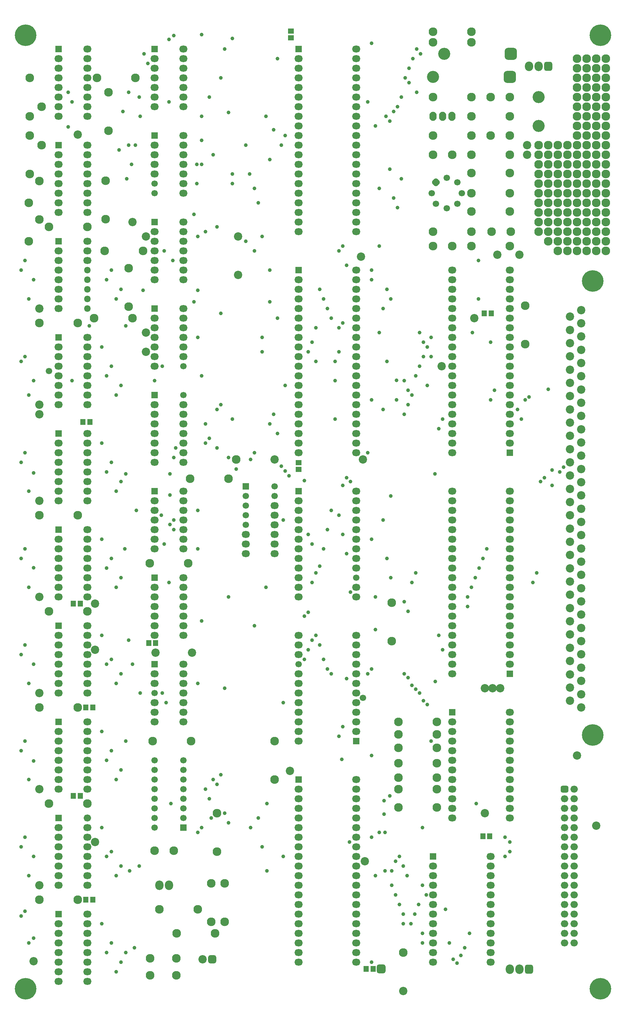
<source format=gbs>
G04 Layer_Color=16711935*
%FSLAX25Y25*%
%MOIN*%
G70*
G01*
G75*
G04:AMPARAMS|DCode=48|XSize=94.49mil|YSize=94.49mil|CornerRadius=25.59mil|HoleSize=0mil|Usage=FLASHONLY|Rotation=90.000|XOffset=0mil|YOffset=0mil|HoleType=Round|Shape=RoundedRectangle|*
%AMROUNDEDRECTD48*
21,1,0.09449,0.04331,0,0,90.0*
21,1,0.04331,0.09449,0,0,90.0*
1,1,0.05118,0.02165,0.02165*
1,1,0.05118,0.02165,-0.02165*
1,1,0.05118,-0.02165,-0.02165*
1,1,0.05118,-0.02165,0.02165*
%
%ADD48ROUNDEDRECTD48*%
%ADD49O,0.07874X0.07087*%
G04:AMPARAMS|DCode=50|XSize=70.87mil|YSize=82.68mil|CornerRadius=19.68mil|HoleSize=0mil|Usage=FLASHONLY|Rotation=270.000|XOffset=0mil|YOffset=0mil|HoleType=Round|Shape=RoundedRectangle|*
%AMROUNDEDRECTD50*
21,1,0.07087,0.04331,0,0,270.0*
21,1,0.03150,0.08268,0,0,270.0*
1,1,0.03937,-0.02165,-0.01575*
1,1,0.03937,-0.02165,0.01575*
1,1,0.03937,0.02165,0.01575*
1,1,0.03937,0.02165,-0.01575*
%
%ADD50ROUNDEDRECTD50*%
%ADD51R,0.06693X0.06693*%
%ADD52O,0.08661X0.07087*%
%ADD53O,0.06693X0.07087*%
%ADD54C,0.12598*%
G04:AMPARAMS|DCode=55|XSize=125.98mil|YSize=125.98mil|CornerRadius=33.47mil|HoleSize=0mil|Usage=FLASHONLY|Rotation=0.000|XOffset=0mil|YOffset=0mil|HoleType=Round|Shape=RoundedRectangle|*
%AMROUNDEDRECTD55*
21,1,0.12598,0.05905,0,0,0.0*
21,1,0.05905,0.12598,0,0,0.0*
1,1,0.06693,0.02953,-0.02953*
1,1,0.06693,-0.02953,-0.02953*
1,1,0.06693,-0.02953,0.02953*
1,1,0.06693,0.02953,0.02953*
%
%ADD55ROUNDEDRECTD55*%
%ADD56C,0.22441*%
%ADD57C,0.08661*%
%ADD58C,0.09055*%
%ADD59C,0.06693*%
%ADD60O,0.07480X0.09449*%
%ADD61C,0.06693*%
G04:AMPARAMS|DCode=62|XSize=70.87mil|YSize=70.87mil|CornerRadius=19.68mil|HoleSize=0mil|Usage=FLASHONLY|Rotation=315.000|XOffset=0mil|YOffset=0mil|HoleType=Round|Shape=RoundedRectangle|*
%AMROUNDEDRECTD62*
21,1,0.07087,0.03150,0,0,315.0*
21,1,0.03150,0.07087,0,0,315.0*
1,1,0.03937,0.00000,-0.02227*
1,1,0.03937,-0.02227,0.00000*
1,1,0.03937,0.00000,0.02227*
1,1,0.03937,0.02227,0.00000*
%
%ADD62ROUNDEDRECTD62*%
%ADD63O,0.08661X0.09842*%
G04:AMPARAMS|DCode=64|XSize=86.61mil|YSize=86.61mil|CornerRadius=23.62mil|HoleSize=0mil|Usage=FLASHONLY|Rotation=0.000|XOffset=0mil|YOffset=0mil|HoleType=Round|Shape=RoundedRectangle|*
%AMROUNDEDRECTD64*
21,1,0.08661,0.03937,0,0,0.0*
21,1,0.03937,0.08661,0,0,0.0*
1,1,0.04724,0.01968,-0.01968*
1,1,0.04724,-0.01968,-0.01968*
1,1,0.04724,-0.01968,0.01968*
1,1,0.04724,0.01968,0.01968*
%
%ADD64ROUNDEDRECTD64*%
G04:AMPARAMS|DCode=65|XSize=86.61mil|YSize=94.49mil|CornerRadius=23.62mil|HoleSize=0mil|Usage=FLASHONLY|Rotation=180.000|XOffset=0mil|YOffset=0mil|HoleType=Round|Shape=RoundedRectangle|*
%AMROUNDEDRECTD65*
21,1,0.08661,0.04724,0,0,180.0*
21,1,0.03937,0.09449,0,0,180.0*
1,1,0.04724,-0.01968,0.02362*
1,1,0.04724,0.01968,0.02362*
1,1,0.04724,0.01968,-0.02362*
1,1,0.04724,-0.01968,-0.02362*
%
%ADD65ROUNDEDRECTD65*%
%ADD66O,0.07874X0.07087*%
%ADD67C,0.03937*%
%ADD68R,0.06496X0.05315*%
%ADD69R,0.05315X0.06496*%
D48*
X386000Y-987000D02*
D03*
D49*
X587000Y-960000D02*
D03*
X577000D02*
D03*
X587000Y-950000D02*
D03*
X577000D02*
D03*
X587000Y-940000D02*
D03*
X577000D02*
D03*
X587000Y-800000D02*
D03*
X577000Y-810000D02*
D03*
X587000D02*
D03*
Y-830000D02*
D03*
X577000D02*
D03*
X587000Y-820000D02*
D03*
X577000D02*
D03*
Y-840000D02*
D03*
X587000D02*
D03*
X577000Y-850000D02*
D03*
X587000D02*
D03*
X577000Y-860000D02*
D03*
X587000D02*
D03*
X577000Y-870000D02*
D03*
X587000D02*
D03*
X577000Y-880000D02*
D03*
X587000D02*
D03*
X577000Y-890000D02*
D03*
X587000D02*
D03*
X577000Y-900000D02*
D03*
X587000D02*
D03*
X577000Y-910000D02*
D03*
X587000D02*
D03*
X577000Y-920000D02*
D03*
X587000D02*
D03*
X577000Y-930000D02*
D03*
X587000D02*
D03*
D50*
X577000Y-800000D02*
D03*
D51*
X50000Y-130000D02*
D03*
Y-230000D02*
D03*
X360000Y-750000D02*
D03*
X440000Y-870000D02*
D03*
X300000Y-490000D02*
D03*
X520000Y-680000D02*
D03*
X300000Y-30000D02*
D03*
X150000Y-670000D02*
D03*
Y-580000D02*
D03*
Y-30000D02*
D03*
Y-390000D02*
D03*
X50000Y-30000D02*
D03*
X460000Y-720000D02*
D03*
X50000Y-930000D02*
D03*
Y-830000D02*
D03*
Y-730000D02*
D03*
Y-630000D02*
D03*
Y-530000D02*
D03*
Y-430000D02*
D03*
Y-330000D02*
D03*
X520000Y-450000D02*
D03*
X300000Y-790000D02*
D03*
Y-260000D02*
D03*
X150000Y-490000D02*
D03*
Y-300000D02*
D03*
Y-120000D02*
D03*
Y-210000D02*
D03*
X245000Y-485000D02*
D03*
X180000Y-840000D02*
D03*
D52*
X50000Y-140000D02*
D03*
Y-150000D02*
D03*
Y-160000D02*
D03*
Y-170000D02*
D03*
Y-180000D02*
D03*
Y-190000D02*
D03*
Y-200000D02*
D03*
X80000Y-130000D02*
D03*
Y-140000D02*
D03*
Y-150000D02*
D03*
Y-160000D02*
D03*
Y-170000D02*
D03*
Y-180000D02*
D03*
Y-190000D02*
D03*
Y-200000D02*
D03*
X50000Y-240000D02*
D03*
Y-250000D02*
D03*
Y-260000D02*
D03*
Y-270000D02*
D03*
Y-280000D02*
D03*
Y-290000D02*
D03*
Y-300000D02*
D03*
X80000Y-230000D02*
D03*
Y-240000D02*
D03*
Y-250000D02*
D03*
X360000Y-740000D02*
D03*
Y-730000D02*
D03*
Y-720000D02*
D03*
Y-710000D02*
D03*
Y-700000D02*
D03*
Y-690000D02*
D03*
Y-680000D02*
D03*
Y-670000D02*
D03*
Y-660000D02*
D03*
Y-650000D02*
D03*
Y-640000D02*
D03*
X300000Y-750000D02*
D03*
Y-740000D02*
D03*
Y-730000D02*
D03*
Y-720000D02*
D03*
Y-710000D02*
D03*
Y-700000D02*
D03*
Y-690000D02*
D03*
Y-680000D02*
D03*
Y-660000D02*
D03*
Y-650000D02*
D03*
Y-640000D02*
D03*
X440000Y-880000D02*
D03*
Y-890000D02*
D03*
Y-900000D02*
D03*
Y-910000D02*
D03*
Y-920000D02*
D03*
Y-930000D02*
D03*
Y-940000D02*
D03*
Y-950000D02*
D03*
Y-960000D02*
D03*
Y-970000D02*
D03*
Y-980000D02*
D03*
X500000Y-870000D02*
D03*
Y-880000D02*
D03*
Y-890000D02*
D03*
Y-900000D02*
D03*
Y-910000D02*
D03*
Y-920000D02*
D03*
Y-930000D02*
D03*
Y-940000D02*
D03*
Y-950000D02*
D03*
Y-960000D02*
D03*
Y-970000D02*
D03*
Y-980000D02*
D03*
X360000Y-600000D02*
D03*
Y-590000D02*
D03*
Y-570000D02*
D03*
Y-560000D02*
D03*
Y-550000D02*
D03*
Y-540000D02*
D03*
Y-530000D02*
D03*
Y-520000D02*
D03*
Y-510000D02*
D03*
Y-500000D02*
D03*
Y-490000D02*
D03*
X300000Y-600000D02*
D03*
Y-590000D02*
D03*
Y-580000D02*
D03*
Y-570000D02*
D03*
Y-560000D02*
D03*
Y-550000D02*
D03*
Y-540000D02*
D03*
Y-530000D02*
D03*
Y-520000D02*
D03*
Y-510000D02*
D03*
Y-500000D02*
D03*
X460000Y-560000D02*
D03*
Y-550000D02*
D03*
Y-540000D02*
D03*
Y-530000D02*
D03*
Y-520000D02*
D03*
Y-510000D02*
D03*
Y-500000D02*
D03*
Y-490000D02*
D03*
X520000Y-670000D02*
D03*
Y-660000D02*
D03*
Y-650000D02*
D03*
Y-640000D02*
D03*
Y-630000D02*
D03*
Y-620000D02*
D03*
Y-610000D02*
D03*
Y-600000D02*
D03*
Y-590000D02*
D03*
Y-490000D02*
D03*
Y-500000D02*
D03*
Y-510000D02*
D03*
Y-520000D02*
D03*
Y-530000D02*
D03*
Y-540000D02*
D03*
Y-550000D02*
D03*
Y-560000D02*
D03*
Y-570000D02*
D03*
Y-580000D02*
D03*
X460000Y-570000D02*
D03*
Y-580000D02*
D03*
Y-590000D02*
D03*
Y-600000D02*
D03*
Y-610000D02*
D03*
Y-620000D02*
D03*
Y-630000D02*
D03*
Y-640000D02*
D03*
Y-650000D02*
D03*
Y-660000D02*
D03*
Y-670000D02*
D03*
Y-680000D02*
D03*
X360000Y-150000D02*
D03*
Y-160000D02*
D03*
Y-170000D02*
D03*
Y-180000D02*
D03*
Y-190000D02*
D03*
Y-200000D02*
D03*
Y-210000D02*
D03*
Y-220000D02*
D03*
X300000Y-40000D02*
D03*
Y-50000D02*
D03*
Y-60000D02*
D03*
Y-70000D02*
D03*
Y-80000D02*
D03*
Y-90000D02*
D03*
Y-100000D02*
D03*
Y-110000D02*
D03*
Y-120000D02*
D03*
Y-220000D02*
D03*
Y-210000D02*
D03*
Y-200000D02*
D03*
Y-190000D02*
D03*
Y-180000D02*
D03*
Y-170000D02*
D03*
Y-160000D02*
D03*
Y-150000D02*
D03*
Y-140000D02*
D03*
Y-130000D02*
D03*
X360000Y-140000D02*
D03*
Y-130000D02*
D03*
Y-120000D02*
D03*
Y-110000D02*
D03*
Y-100000D02*
D03*
Y-90000D02*
D03*
Y-80000D02*
D03*
Y-70000D02*
D03*
Y-60000D02*
D03*
Y-50000D02*
D03*
Y-40000D02*
D03*
Y-30000D02*
D03*
X150000Y-680000D02*
D03*
Y-690000D02*
D03*
Y-710000D02*
D03*
Y-720000D02*
D03*
Y-730000D02*
D03*
X180000Y-670000D02*
D03*
Y-680000D02*
D03*
Y-690000D02*
D03*
Y-700000D02*
D03*
Y-710000D02*
D03*
Y-720000D02*
D03*
Y-730000D02*
D03*
Y-640000D02*
D03*
Y-630000D02*
D03*
Y-620000D02*
D03*
Y-610000D02*
D03*
Y-600000D02*
D03*
Y-590000D02*
D03*
Y-580000D02*
D03*
X150000Y-640000D02*
D03*
Y-630000D02*
D03*
Y-620000D02*
D03*
Y-610000D02*
D03*
Y-600000D02*
D03*
Y-590000D02*
D03*
X180000Y-90000D02*
D03*
Y-80000D02*
D03*
Y-70000D02*
D03*
Y-60000D02*
D03*
Y-50000D02*
D03*
Y-40000D02*
D03*
Y-30000D02*
D03*
X150000Y-90000D02*
D03*
Y-80000D02*
D03*
Y-70000D02*
D03*
Y-60000D02*
D03*
Y-50000D02*
D03*
Y-40000D02*
D03*
Y-400000D02*
D03*
Y-410000D02*
D03*
Y-420000D02*
D03*
Y-430000D02*
D03*
Y-440000D02*
D03*
Y-450000D02*
D03*
Y-460000D02*
D03*
X180000Y-400000D02*
D03*
Y-410000D02*
D03*
Y-420000D02*
D03*
Y-430000D02*
D03*
Y-440000D02*
D03*
Y-450000D02*
D03*
Y-460000D02*
D03*
X50000Y-40000D02*
D03*
Y-50000D02*
D03*
Y-60000D02*
D03*
Y-70000D02*
D03*
Y-80000D02*
D03*
Y-90000D02*
D03*
Y-100000D02*
D03*
X80000Y-30000D02*
D03*
Y-40000D02*
D03*
Y-50000D02*
D03*
Y-60000D02*
D03*
Y-70000D02*
D03*
Y-80000D02*
D03*
Y-90000D02*
D03*
Y-100000D02*
D03*
X520000Y-830000D02*
D03*
Y-820000D02*
D03*
Y-810000D02*
D03*
Y-800000D02*
D03*
Y-790000D02*
D03*
Y-780000D02*
D03*
Y-770000D02*
D03*
Y-760000D02*
D03*
Y-750000D02*
D03*
Y-740000D02*
D03*
Y-730000D02*
D03*
Y-720000D02*
D03*
X460000Y-830000D02*
D03*
Y-820000D02*
D03*
Y-810000D02*
D03*
Y-800000D02*
D03*
Y-790000D02*
D03*
Y-780000D02*
D03*
Y-770000D02*
D03*
Y-760000D02*
D03*
Y-750000D02*
D03*
Y-740000D02*
D03*
Y-730000D02*
D03*
X50000Y-940000D02*
D03*
Y-950000D02*
D03*
Y-960000D02*
D03*
Y-970000D02*
D03*
Y-980000D02*
D03*
Y-990000D02*
D03*
Y-1000000D02*
D03*
X80000Y-930000D02*
D03*
Y-940000D02*
D03*
Y-950000D02*
D03*
Y-960000D02*
D03*
Y-970000D02*
D03*
Y-980000D02*
D03*
Y-990000D02*
D03*
Y-1000000D02*
D03*
X50000Y-840000D02*
D03*
Y-850000D02*
D03*
Y-860000D02*
D03*
Y-870000D02*
D03*
Y-880000D02*
D03*
Y-890000D02*
D03*
Y-900000D02*
D03*
X80000Y-840000D02*
D03*
Y-850000D02*
D03*
Y-860000D02*
D03*
Y-870000D02*
D03*
Y-880000D02*
D03*
Y-890000D02*
D03*
Y-900000D02*
D03*
X50000Y-740000D02*
D03*
Y-750000D02*
D03*
Y-760000D02*
D03*
Y-770000D02*
D03*
Y-780000D02*
D03*
Y-790000D02*
D03*
Y-800000D02*
D03*
X80000Y-730000D02*
D03*
Y-740000D02*
D03*
Y-750000D02*
D03*
Y-760000D02*
D03*
Y-770000D02*
D03*
Y-780000D02*
D03*
Y-790000D02*
D03*
Y-800000D02*
D03*
X50000Y-640000D02*
D03*
Y-650000D02*
D03*
Y-660000D02*
D03*
Y-670000D02*
D03*
Y-680000D02*
D03*
Y-690000D02*
D03*
Y-700000D02*
D03*
X80000Y-630000D02*
D03*
Y-640000D02*
D03*
Y-650000D02*
D03*
Y-660000D02*
D03*
Y-670000D02*
D03*
Y-680000D02*
D03*
Y-690000D02*
D03*
Y-700000D02*
D03*
X50000Y-540000D02*
D03*
Y-550000D02*
D03*
Y-560000D02*
D03*
Y-570000D02*
D03*
Y-580000D02*
D03*
Y-590000D02*
D03*
Y-600000D02*
D03*
X80000Y-530000D02*
D03*
Y-540000D02*
D03*
Y-550000D02*
D03*
Y-560000D02*
D03*
Y-570000D02*
D03*
Y-580000D02*
D03*
Y-590000D02*
D03*
Y-600000D02*
D03*
X50000Y-440000D02*
D03*
Y-450000D02*
D03*
Y-460000D02*
D03*
Y-470000D02*
D03*
Y-480000D02*
D03*
Y-490000D02*
D03*
Y-500000D02*
D03*
X80000Y-430000D02*
D03*
Y-440000D02*
D03*
Y-450000D02*
D03*
Y-460000D02*
D03*
Y-470000D02*
D03*
Y-480000D02*
D03*
Y-490000D02*
D03*
Y-500000D02*
D03*
X50000Y-340000D02*
D03*
Y-350000D02*
D03*
Y-360000D02*
D03*
Y-370000D02*
D03*
Y-380000D02*
D03*
Y-390000D02*
D03*
Y-400000D02*
D03*
X80000Y-330000D02*
D03*
Y-340000D02*
D03*
Y-350000D02*
D03*
Y-360000D02*
D03*
Y-370000D02*
D03*
Y-380000D02*
D03*
Y-390000D02*
D03*
Y-400000D02*
D03*
X460000Y-330000D02*
D03*
Y-320000D02*
D03*
Y-310000D02*
D03*
Y-300000D02*
D03*
Y-290000D02*
D03*
Y-280000D02*
D03*
Y-270000D02*
D03*
Y-260000D02*
D03*
X520000Y-440000D02*
D03*
Y-430000D02*
D03*
Y-420000D02*
D03*
Y-410000D02*
D03*
Y-400000D02*
D03*
Y-390000D02*
D03*
Y-380000D02*
D03*
Y-370000D02*
D03*
Y-360000D02*
D03*
Y-260000D02*
D03*
Y-270000D02*
D03*
Y-280000D02*
D03*
Y-290000D02*
D03*
Y-300000D02*
D03*
Y-310000D02*
D03*
Y-320000D02*
D03*
Y-330000D02*
D03*
Y-340000D02*
D03*
Y-350000D02*
D03*
X460000Y-340000D02*
D03*
Y-350000D02*
D03*
Y-360000D02*
D03*
Y-370000D02*
D03*
Y-380000D02*
D03*
Y-390000D02*
D03*
Y-400000D02*
D03*
Y-410000D02*
D03*
Y-420000D02*
D03*
Y-430000D02*
D03*
Y-440000D02*
D03*
Y-450000D02*
D03*
X360000Y-910000D02*
D03*
Y-920000D02*
D03*
Y-930000D02*
D03*
Y-940000D02*
D03*
Y-950000D02*
D03*
Y-960000D02*
D03*
Y-970000D02*
D03*
Y-980000D02*
D03*
X300000Y-800000D02*
D03*
Y-810000D02*
D03*
Y-820000D02*
D03*
Y-830000D02*
D03*
Y-840000D02*
D03*
Y-850000D02*
D03*
Y-860000D02*
D03*
Y-870000D02*
D03*
Y-880000D02*
D03*
Y-980000D02*
D03*
Y-970000D02*
D03*
Y-960000D02*
D03*
Y-950000D02*
D03*
Y-940000D02*
D03*
Y-930000D02*
D03*
Y-920000D02*
D03*
Y-910000D02*
D03*
Y-900000D02*
D03*
Y-890000D02*
D03*
X360000Y-900000D02*
D03*
Y-890000D02*
D03*
Y-880000D02*
D03*
Y-870000D02*
D03*
Y-860000D02*
D03*
Y-850000D02*
D03*
Y-840000D02*
D03*
Y-830000D02*
D03*
Y-820000D02*
D03*
Y-810000D02*
D03*
Y-800000D02*
D03*
Y-790000D02*
D03*
Y-380000D02*
D03*
Y-390000D02*
D03*
Y-400000D02*
D03*
Y-410000D02*
D03*
Y-420000D02*
D03*
Y-430000D02*
D03*
Y-440000D02*
D03*
Y-450000D02*
D03*
X300000Y-270000D02*
D03*
Y-280000D02*
D03*
Y-290000D02*
D03*
Y-300000D02*
D03*
Y-310000D02*
D03*
Y-320000D02*
D03*
Y-330000D02*
D03*
Y-340000D02*
D03*
Y-350000D02*
D03*
Y-450000D02*
D03*
Y-440000D02*
D03*
Y-430000D02*
D03*
Y-420000D02*
D03*
Y-410000D02*
D03*
Y-400000D02*
D03*
Y-390000D02*
D03*
Y-380000D02*
D03*
Y-370000D02*
D03*
Y-360000D02*
D03*
X360000Y-370000D02*
D03*
Y-360000D02*
D03*
Y-350000D02*
D03*
Y-340000D02*
D03*
Y-330000D02*
D03*
Y-320000D02*
D03*
Y-310000D02*
D03*
Y-300000D02*
D03*
Y-290000D02*
D03*
Y-280000D02*
D03*
Y-270000D02*
D03*
Y-260000D02*
D03*
X150000Y-500000D02*
D03*
Y-510000D02*
D03*
Y-520000D02*
D03*
Y-530000D02*
D03*
Y-540000D02*
D03*
Y-550000D02*
D03*
X180000Y-490000D02*
D03*
Y-500000D02*
D03*
Y-510000D02*
D03*
Y-520000D02*
D03*
Y-530000D02*
D03*
Y-540000D02*
D03*
Y-550000D02*
D03*
X150000Y-310000D02*
D03*
Y-320000D02*
D03*
Y-330000D02*
D03*
Y-340000D02*
D03*
Y-350000D02*
D03*
Y-360000D02*
D03*
X180000Y-300000D02*
D03*
Y-310000D02*
D03*
Y-320000D02*
D03*
Y-330000D02*
D03*
Y-340000D02*
D03*
Y-350000D02*
D03*
X150000Y-130000D02*
D03*
Y-140000D02*
D03*
Y-150000D02*
D03*
Y-160000D02*
D03*
X180000Y-120000D02*
D03*
Y-130000D02*
D03*
Y-140000D02*
D03*
Y-150000D02*
D03*
Y-160000D02*
D03*
Y-170000D02*
D03*
Y-180000D02*
D03*
X150000Y-220000D02*
D03*
Y-230000D02*
D03*
Y-240000D02*
D03*
Y-250000D02*
D03*
Y-260000D02*
D03*
Y-270000D02*
D03*
X180000Y-210000D02*
D03*
Y-220000D02*
D03*
Y-230000D02*
D03*
Y-240000D02*
D03*
Y-250000D02*
D03*
Y-260000D02*
D03*
Y-270000D02*
D03*
X245000Y-535000D02*
D03*
Y-545000D02*
D03*
Y-555000D02*
D03*
X275000Y-505000D02*
D03*
Y-515000D02*
D03*
Y-525000D02*
D03*
Y-535000D02*
D03*
Y-545000D02*
D03*
Y-555000D02*
D03*
D53*
X80000Y-260000D02*
D03*
Y-270000D02*
D03*
Y-280000D02*
D03*
Y-290000D02*
D03*
Y-300000D02*
D03*
D54*
X550000Y-80000D02*
D03*
Y-110000D02*
D03*
X451551Y-35000D02*
D03*
X440000Y-59000D02*
D03*
D55*
X521000Y-35000D02*
D03*
X520000Y-59000D02*
D03*
D56*
X606260Y-271339D02*
D03*
Y-743779D02*
D03*
X15748Y-1007874D02*
D03*
X614173D02*
D03*
X15748Y-15748D02*
D03*
X614173D02*
D03*
D57*
X582638Y-308583D02*
D03*
Y-322362D02*
D03*
Y-336142D02*
D03*
Y-349921D02*
D03*
Y-363701D02*
D03*
Y-377480D02*
D03*
Y-391260D02*
D03*
Y-405039D02*
D03*
Y-418819D02*
D03*
Y-432598D02*
D03*
Y-446378D02*
D03*
Y-460157D02*
D03*
Y-473937D02*
D03*
Y-487716D02*
D03*
Y-501496D02*
D03*
Y-515276D02*
D03*
Y-529055D02*
D03*
Y-542835D02*
D03*
Y-556614D02*
D03*
Y-570394D02*
D03*
Y-584173D02*
D03*
Y-597953D02*
D03*
Y-611732D02*
D03*
Y-625512D02*
D03*
Y-639291D02*
D03*
Y-653071D02*
D03*
Y-666850D02*
D03*
Y-680630D02*
D03*
Y-694409D02*
D03*
Y-708189D02*
D03*
X594449Y-301693D02*
D03*
Y-315472D02*
D03*
Y-329252D02*
D03*
Y-343031D02*
D03*
Y-356811D02*
D03*
Y-370591D02*
D03*
Y-384370D02*
D03*
Y-398150D02*
D03*
Y-411929D02*
D03*
Y-425709D02*
D03*
Y-439488D02*
D03*
Y-453268D02*
D03*
Y-467047D02*
D03*
Y-480827D02*
D03*
Y-494606D02*
D03*
Y-508386D02*
D03*
Y-522165D02*
D03*
Y-535945D02*
D03*
Y-549724D02*
D03*
Y-563504D02*
D03*
Y-577283D02*
D03*
Y-591063D02*
D03*
Y-604842D02*
D03*
Y-618622D02*
D03*
Y-632402D02*
D03*
Y-646181D02*
D03*
Y-659961D02*
D03*
Y-673740D02*
D03*
Y-687520D02*
D03*
Y-701299D02*
D03*
Y-715079D02*
D03*
X127000Y-210000D02*
D03*
X200000Y-977000D02*
D03*
X275000Y-457000D02*
D03*
X237000Y-265000D02*
D03*
Y-225000D02*
D03*
X409000Y-1010000D02*
D03*
X24000Y-979000D02*
D03*
X88000Y-607000D02*
D03*
X610000Y-838000D02*
D03*
X538000Y-130000D02*
D03*
X30000Y-300000D02*
D03*
Y-400000D02*
D03*
Y-500000D02*
D03*
Y-600000D02*
D03*
Y-700000D02*
D03*
Y-800000D02*
D03*
Y-900000D02*
D03*
X507000Y-244000D02*
D03*
X449000Y-360000D02*
D03*
X530000Y-244000D02*
D03*
X590000Y-765000D02*
D03*
X483000Y-310000D02*
D03*
X494000Y-825000D02*
D03*
X510000Y-695000D02*
D03*
X494000D02*
D03*
X70000Y-119000D02*
D03*
X88000Y-855000D02*
D03*
Y-655000D02*
D03*
X141000Y-225000D02*
D03*
Y-325000D02*
D03*
Y-345000D02*
D03*
X367000Y-457000D02*
D03*
X291000Y-781000D02*
D03*
X365000Y-246000D02*
D03*
X538000Y-140000D02*
D03*
X502000Y-695000D02*
D03*
X369000Y-875000D02*
D03*
X30000Y-410000D02*
D03*
X189000Y-658000D02*
D03*
X151000D02*
D03*
D58*
X444000Y-819000D02*
D03*
X404000D02*
D03*
X440000Y-235000D02*
D03*
X460000D02*
D03*
X520000Y-80000D02*
D03*
X500000D02*
D03*
X170000Y-864000D02*
D03*
X150000D02*
D03*
X213000Y-950000D02*
D03*
X173000D02*
D03*
X155000Y-925000D02*
D03*
X195000D02*
D03*
X223000Y-938000D02*
D03*
Y-898000D02*
D03*
X30000Y-315000D02*
D03*
X70000D02*
D03*
X185000Y-565000D02*
D03*
X145000D02*
D03*
X397000Y-606000D02*
D03*
Y-646000D02*
D03*
X536000Y-297000D02*
D03*
Y-337000D02*
D03*
X123000Y-298000D02*
D03*
Y-258000D02*
D03*
X172780Y-976142D02*
D03*
Y-993858D02*
D03*
X145220D02*
D03*
Y-976142D02*
D03*
X444000Y-800000D02*
D03*
X404000D02*
D03*
X235000Y-457000D02*
D03*
X98000Y-240000D02*
D03*
X138000D02*
D03*
X20000Y-160000D02*
D03*
Y-120000D02*
D03*
X127000Y-310000D02*
D03*
X87000D02*
D03*
X187000Y-477000D02*
D03*
X227000D02*
D03*
X130000Y-60000D02*
D03*
X90000D02*
D03*
X102000Y-115000D02*
D03*
Y-75000D02*
D03*
X32500Y-90000D02*
D03*
Y-130000D02*
D03*
X20000Y-60000D02*
D03*
Y-100000D02*
D03*
X99000Y-167000D02*
D03*
Y-207000D02*
D03*
X80000Y-215000D02*
D03*
X40000D02*
D03*
X19000Y-190000D02*
D03*
Y-230000D02*
D03*
X30000Y-167500D02*
D03*
Y-207500D02*
D03*
X444000Y-730000D02*
D03*
X404000D02*
D03*
X444000Y-788000D02*
D03*
X404000D02*
D03*
X444000Y-773000D02*
D03*
X404000D02*
D03*
X444000Y-757000D02*
D03*
X404000D02*
D03*
X444000Y-743000D02*
D03*
X404000D02*
D03*
X520000Y-199000D02*
D03*
X480000D02*
D03*
X440000Y-220000D02*
D03*
X480000D02*
D03*
X520000Y-235000D02*
D03*
X480000D02*
D03*
Y-180000D02*
D03*
X520000D02*
D03*
Y-159000D02*
D03*
X480000D02*
D03*
X520000Y-140000D02*
D03*
X480000D02*
D03*
X520000Y-100000D02*
D03*
X480000D02*
D03*
Y-120000D02*
D03*
X440000D02*
D03*
X480000Y-80000D02*
D03*
X440000D02*
D03*
Y-12000D02*
D03*
X480000D02*
D03*
X440000Y-23000D02*
D03*
X480000D02*
D03*
X521000Y-220000D02*
D03*
X501000D02*
D03*
X520000Y-120000D02*
D03*
X500000D02*
D03*
X460000Y-140000D02*
D03*
X440000D02*
D03*
X215000Y-865000D02*
D03*
Y-825000D02*
D03*
X209000Y-898000D02*
D03*
Y-938000D02*
D03*
X40000Y-815000D02*
D03*
X80000D02*
D03*
X40000Y-615000D02*
D03*
X80000D02*
D03*
X409000Y-970000D02*
D03*
X30000Y-915000D02*
D03*
X70000D02*
D03*
X148000Y-750000D02*
D03*
X188000D02*
D03*
X30000Y-715000D02*
D03*
X70000D02*
D03*
X30000Y-515000D02*
D03*
X70000D02*
D03*
X275000Y-750000D02*
D03*
Y-790000D02*
D03*
X620000Y-220000D02*
D03*
X610000D02*
D03*
X600000D02*
D03*
X590000D02*
D03*
X580000D02*
D03*
X570000D02*
D03*
Y-210000D02*
D03*
X580000D02*
D03*
X590000D02*
D03*
X600000D02*
D03*
X610000D02*
D03*
X620000D02*
D03*
Y-200000D02*
D03*
X610000D02*
D03*
X600000D02*
D03*
X590000D02*
D03*
X580000D02*
D03*
X570000D02*
D03*
Y-190000D02*
D03*
X580000D02*
D03*
X590000D02*
D03*
X600000D02*
D03*
X610000D02*
D03*
X620000D02*
D03*
X580000Y-180000D02*
D03*
Y-170000D02*
D03*
Y-160000D02*
D03*
Y-150000D02*
D03*
Y-140000D02*
D03*
Y-130000D02*
D03*
X590000D02*
D03*
Y-140000D02*
D03*
X600000Y-130000D02*
D03*
X610000D02*
D03*
X620000D02*
D03*
Y-140000D02*
D03*
Y-150000D02*
D03*
Y-160000D02*
D03*
Y-170000D02*
D03*
Y-180000D02*
D03*
X610000D02*
D03*
X600000D02*
D03*
X590000D02*
D03*
Y-170000D02*
D03*
Y-160000D02*
D03*
Y-150000D02*
D03*
X600000D02*
D03*
Y-140000D02*
D03*
X610000D02*
D03*
Y-150000D02*
D03*
Y-160000D02*
D03*
Y-170000D02*
D03*
X600000D02*
D03*
Y-160000D02*
D03*
X620000Y-120000D02*
D03*
X610000D02*
D03*
X600000D02*
D03*
X590000D02*
D03*
X620000Y-110000D02*
D03*
X610000D02*
D03*
X600000D02*
D03*
X590000D02*
D03*
Y-100000D02*
D03*
X600000D02*
D03*
X610000D02*
D03*
X620000D02*
D03*
Y-90000D02*
D03*
X610000D02*
D03*
X600000D02*
D03*
X590000D02*
D03*
Y-80000D02*
D03*
X600000D02*
D03*
X610000D02*
D03*
X620000D02*
D03*
Y-70000D02*
D03*
X610000D02*
D03*
X600000D02*
D03*
X590000D02*
D03*
X600000Y-60000D02*
D03*
Y-50000D02*
D03*
Y-40000D02*
D03*
X610000D02*
D03*
Y-50000D02*
D03*
Y-60000D02*
D03*
X620000D02*
D03*
Y-50000D02*
D03*
Y-40000D02*
D03*
X570000Y-180000D02*
D03*
Y-170000D02*
D03*
Y-160000D02*
D03*
Y-150000D02*
D03*
Y-140000D02*
D03*
Y-130000D02*
D03*
X560000D02*
D03*
Y-140000D02*
D03*
Y-150000D02*
D03*
Y-160000D02*
D03*
Y-170000D02*
D03*
Y-180000D02*
D03*
Y-190000D02*
D03*
Y-200000D02*
D03*
Y-210000D02*
D03*
Y-220000D02*
D03*
X590000Y-60000D02*
D03*
Y-50000D02*
D03*
Y-40000D02*
D03*
X550000Y-210000D02*
D03*
Y-200000D02*
D03*
Y-190000D02*
D03*
Y-180000D02*
D03*
Y-170000D02*
D03*
Y-160000D02*
D03*
Y-150000D02*
D03*
Y-140000D02*
D03*
Y-130000D02*
D03*
Y-220000D02*
D03*
X560000Y-230000D02*
D03*
X570000D02*
D03*
X580000D02*
D03*
X590000D02*
D03*
X600000D02*
D03*
X610000D02*
D03*
X620000D02*
D03*
X570000Y-240000D02*
D03*
X580000D02*
D03*
X590000D02*
D03*
X600000D02*
D03*
X610000D02*
D03*
X620000D02*
D03*
D59*
X300000Y-670000D02*
D03*
X360000Y-580000D02*
D03*
X150000Y-700000D02*
D03*
X180000Y-390000D02*
D03*
Y-360000D02*
D03*
X150000Y-170000D02*
D03*
Y-180000D02*
D03*
X245000Y-495000D02*
D03*
Y-505000D02*
D03*
Y-515000D02*
D03*
Y-525000D02*
D03*
X275000Y-485000D02*
D03*
Y-495000D02*
D03*
X40000Y-365000D02*
D03*
X367000Y-705000D02*
D03*
D60*
X459685Y-100000D02*
D03*
X449842D02*
D03*
X440000D02*
D03*
D61*
X470000Y-180000D02*
D03*
X454252Y-164252D02*
D03*
X438504Y-180000D02*
D03*
X454252Y-195748D02*
D03*
X465387Y-168864D02*
D03*
X443116Y-191136D02*
D03*
X465387D02*
D03*
X180000Y-830000D02*
D03*
Y-820000D02*
D03*
Y-810000D02*
D03*
Y-800000D02*
D03*
Y-790000D02*
D03*
Y-780000D02*
D03*
Y-770000D02*
D03*
X150000Y-840000D02*
D03*
Y-830000D02*
D03*
Y-820000D02*
D03*
Y-810000D02*
D03*
Y-800000D02*
D03*
Y-790000D02*
D03*
Y-780000D02*
D03*
Y-770000D02*
D03*
D62*
X443116Y-168864D02*
D03*
D63*
X165000Y-900000D02*
D03*
X155000D02*
D03*
X550000Y-48000D02*
D03*
X540000D02*
D03*
X520000Y-987500D02*
D03*
X530000D02*
D03*
D64*
X210000Y-977000D02*
D03*
D65*
X560000Y-48000D02*
D03*
X540000Y-987500D02*
D03*
D66*
X80000Y-830000D02*
D03*
D67*
X442500Y-688000D02*
D03*
X434000Y-712000D02*
D03*
X430000Y-708000D02*
D03*
X395000Y-807000D02*
D03*
X389000Y-812000D02*
D03*
Y-826000D02*
D03*
X11000Y-932000D02*
D03*
X15000Y-927000D02*
D03*
X19000Y-960000D02*
D03*
X24000Y-955000D02*
D03*
X290000Y-474000D02*
D03*
X286000Y-469000D02*
D03*
X306000Y-479000D02*
D03*
X282000Y-464000D02*
D03*
X262000Y-860000D02*
D03*
X166000Y-494000D02*
D03*
X235000Y-467000D02*
D03*
X165000Y-20000D02*
D03*
X345000Y-769000D02*
D03*
X314000Y-335000D02*
D03*
X310000Y-345000D02*
D03*
X134000Y-80000D02*
D03*
X126000Y-150000D02*
D03*
X121000Y-165000D02*
D03*
X314000Y-545000D02*
D03*
X350000Y-555000D02*
D03*
X346000Y-535000D02*
D03*
X342000Y-515000D02*
D03*
X476000Y-610000D02*
D03*
X453000Y-925000D02*
D03*
X306000Y-665000D02*
D03*
X310000Y-655000D02*
D03*
X322000Y-650000D02*
D03*
X314000Y-645000D02*
D03*
X350000Y-685000D02*
D03*
X346000Y-735000D02*
D03*
X342000Y-745000D02*
D03*
X375850Y-24150D02*
D03*
X528000Y-405000D02*
D03*
X496000Y-550000D02*
D03*
X476000Y-600000D02*
D03*
X318000Y-575000D02*
D03*
X167000Y-815000D02*
D03*
X123000Y-75000D02*
D03*
X199000Y-15000D02*
D03*
X231000Y-19000D02*
D03*
X207000Y-80000D02*
D03*
X407000D02*
D03*
X423000Y-75000D02*
D03*
X427000Y-35000D02*
D03*
X211000Y-140000D02*
D03*
X215000Y-405000D02*
D03*
X219000Y-305000D02*
D03*
X215000Y-215000D02*
D03*
X203000Y-420000D02*
D03*
X207000Y-435000D02*
D03*
X211000Y-790000D02*
D03*
X487500Y-250000D02*
D03*
Y-290000D02*
D03*
X429000Y-840000D02*
D03*
X536000Y-395000D02*
D03*
X540000Y-392000D02*
D03*
X504000Y-385000D02*
D03*
X532000Y-415000D02*
D03*
X544000Y-585000D02*
D03*
X548000Y-575000D02*
D03*
X552000Y-480000D02*
D03*
X556000Y-476000D02*
D03*
X560000Y-384000D02*
D03*
X564000Y-468000D02*
D03*
X442000Y-472000D02*
D03*
X564000Y-484000D02*
D03*
X515000Y-850000D02*
D03*
X384000Y-845000D02*
D03*
X520000Y-855000D02*
D03*
X390000Y-845000D02*
D03*
Y-885000D02*
D03*
X515000Y-870000D02*
D03*
X520000Y-865000D02*
D03*
X334000Y-310000D02*
D03*
X326000Y-290000D02*
D03*
X330000Y-300000D02*
D03*
X160000Y-240000D02*
D03*
X158000Y-360000D02*
D03*
X169000Y-250000D02*
D03*
X100000Y-970000D02*
D03*
X322000Y-568000D02*
D03*
X157000Y-515000D02*
D03*
X209000Y-830000D02*
D03*
X396000Y-580000D02*
D03*
X318000Y-355000D02*
D03*
X199000Y-370000D02*
D03*
X334000Y-510000D02*
D03*
X330000Y-530000D02*
D03*
X326000Y-550000D02*
D03*
X334000Y-680000D02*
D03*
X330000Y-675000D02*
D03*
X326000Y-665000D02*
D03*
X310000Y-616000D02*
D03*
X306000Y-620000D02*
D03*
X314000Y-585000D02*
D03*
X322000Y-280000D02*
D03*
X354000Y-480000D02*
D03*
X342000Y-320000D02*
D03*
X195000Y-690000D02*
D03*
Y-550000D02*
D03*
X286000Y-120000D02*
D03*
Y-380000D02*
D03*
X215000Y-445000D02*
D03*
X219000Y-785000D02*
D03*
X195000Y-330000D02*
D03*
X199000Y-100000D02*
D03*
X203000Y-220000D02*
D03*
X199000Y-625000D02*
D03*
X203000Y-800000D02*
D03*
X207000Y-810000D02*
D03*
X215000Y-795000D02*
D03*
X170000Y-530000D02*
D03*
X115000Y-280000D02*
D03*
X110000Y-290000D02*
D03*
X95000Y-640000D02*
D03*
X115000Y-680000D02*
D03*
X105000Y-665000D02*
D03*
X100000Y-670000D02*
D03*
X110000Y-690000D02*
D03*
X95000Y-740000D02*
D03*
X120000Y-750000D02*
D03*
X105000Y-760000D02*
D03*
X100000Y-770000D02*
D03*
X115000Y-780000D02*
D03*
X110000Y-790000D02*
D03*
X414000Y-615000D02*
D03*
X434000Y-340000D02*
D03*
X430000Y-350000D02*
D03*
X426000Y-360000D02*
D03*
X422000Y-370000D02*
D03*
X418000Y-390000D02*
D03*
X414000Y-400000D02*
D03*
Y-385000D02*
D03*
X318000Y-320000D02*
D03*
X110000Y-390000D02*
D03*
X115000Y-380000D02*
D03*
X100000Y-370000D02*
D03*
X105000Y-360000D02*
D03*
X95000Y-340000D02*
D03*
X100000Y-270000D02*
D03*
X105000Y-260000D02*
D03*
X11000D02*
D03*
X24000Y-270000D02*
D03*
X19000Y-290000D02*
D03*
Y-390000D02*
D03*
X11000Y-460000D02*
D03*
X24000Y-471000D02*
D03*
X19000Y-490000D02*
D03*
X11000Y-560000D02*
D03*
X24094Y-569905D02*
D03*
X19000Y-590000D02*
D03*
X11000Y-660000D02*
D03*
X24094Y-670000D02*
D03*
X19000Y-690000D02*
D03*
Y-790000D02*
D03*
X24094Y-770905D02*
D03*
X11000Y-760000D02*
D03*
X19000Y-890000D02*
D03*
X24000Y-870000D02*
D03*
X11000Y-860000D02*
D03*
X119000Y-550000D02*
D03*
X110000Y-590000D02*
D03*
X115000Y-580000D02*
D03*
X100000Y-570000D02*
D03*
X105000Y-560000D02*
D03*
X95000Y-540000D02*
D03*
X115000Y-480000D02*
D03*
X100000Y-470000D02*
D03*
X105000Y-460000D02*
D03*
X95000Y-440000D02*
D03*
Y-840000D02*
D03*
X110000Y-990000D02*
D03*
X115000Y-980000D02*
D03*
X120000Y-970000D02*
D03*
X105000Y-960000D02*
D03*
X115000Y-880000D02*
D03*
X110000Y-890000D02*
D03*
X95000Y-940000D02*
D03*
X139000Y-35000D02*
D03*
X245000Y-230000D02*
D03*
Y-130000D02*
D03*
X410000Y-375000D02*
D03*
Y-410000D02*
D03*
Y-605000D02*
D03*
X223000Y-695000D02*
D03*
X143000Y-45000D02*
D03*
X399000Y-185000D02*
D03*
X403000Y-195000D02*
D03*
X199000Y-125000D02*
D03*
X195000Y-225000D02*
D03*
X203000Y-440000D02*
D03*
X372000Y-450000D02*
D03*
X219000Y-400000D02*
D03*
X376000Y-675000D02*
D03*
X191000Y-202000D02*
D03*
Y-293000D02*
D03*
X195000Y-281000D02*
D03*
X138000D02*
D03*
X380000Y-634000D02*
D03*
X282000Y-130000D02*
D03*
X278000Y-430000D02*
D03*
X274000Y-114000D02*
D03*
Y-410000D02*
D03*
X278000Y-40000D02*
D03*
Y-310000D02*
D03*
X407000Y-165000D02*
D03*
X395000Y-155000D02*
D03*
X346000Y-235000D02*
D03*
X231000Y-160000D02*
D03*
X219000Y-60000D02*
D03*
X270000Y-420000D02*
D03*
Y-293000D02*
D03*
X266000Y-100000D02*
D03*
Y-590000D02*
D03*
X270000Y-260000D02*
D03*
X129000Y-965000D02*
D03*
X134000Y-880000D02*
D03*
X124000Y-885000D02*
D03*
X113000Y-135000D02*
D03*
X130000Y-130000D02*
D03*
X117000Y-95000D02*
D03*
X170000Y-16000D02*
D03*
X254000Y-450000D02*
D03*
Y-630000D02*
D03*
X223000Y-30000D02*
D03*
X403000Y-90000D02*
D03*
X376000Y-260000D02*
D03*
X372000Y-85000D02*
D03*
X415000Y-65000D02*
D03*
X411000Y-60000D02*
D03*
X415000Y-50000D02*
D03*
X419000Y-40000D02*
D03*
X423000Y-30000D02*
D03*
X380000Y-600000D02*
D03*
X227000D02*
D03*
X223000Y-825000D02*
D03*
X227000Y-835000D02*
D03*
X376000Y-395000D02*
D03*
Y-270000D02*
D03*
Y-540000D02*
D03*
X258000Y-190000D02*
D03*
Y-830000D02*
D03*
X254000Y-175000D02*
D03*
Y-240000D02*
D03*
X342000D02*
D03*
X110000Y-490000D02*
D03*
X384000Y-325000D02*
D03*
X262000Y-345000D02*
D03*
X249000Y-160000D02*
D03*
X250000Y-840000D02*
D03*
X199000D02*
D03*
X195000Y-845000D02*
D03*
X170150Y-520000D02*
D03*
X388000D02*
D03*
Y-300000D02*
D03*
Y-405000D02*
D03*
X284000Y-710000D02*
D03*
X166000Y-472000D02*
D03*
X170000Y-455000D02*
D03*
X15000Y-850000D02*
D03*
Y-250000D02*
D03*
Y-450000D02*
D03*
Y-550000D02*
D03*
Y-650000D02*
D03*
Y-750000D02*
D03*
Y-350000D02*
D03*
X392000Y-560000D02*
D03*
Y-280000D02*
D03*
X338000Y-375000D02*
D03*
Y-355000D02*
D03*
X392000D02*
D03*
X150000Y-375000D02*
D03*
X64000D02*
D03*
X194000Y-150000D02*
D03*
X199000D02*
D03*
X194000Y-170000D02*
D03*
X231000D02*
D03*
X227000Y-455000D02*
D03*
X231000Y-415000D02*
D03*
X338000D02*
D03*
X396000Y-495000D02*
D03*
X402000Y-395000D02*
D03*
X396000Y-290000D02*
D03*
X384000Y-235000D02*
D03*
Y-175000D02*
D03*
X270000Y-145000D02*
D03*
X250000Y-457000D02*
D03*
X262000Y-225000D02*
D03*
Y-330000D02*
D03*
X82000Y-318000D02*
D03*
X478000Y-950000D02*
D03*
X402000Y-374921D02*
D03*
X100000Y-870000D02*
D03*
X410000Y-680000D02*
D03*
X372000D02*
D03*
X414000Y-684000D02*
D03*
X418000Y-692000D02*
D03*
X422000Y-696000D02*
D03*
X426000Y-700000D02*
D03*
X438000Y-330000D02*
D03*
X446000Y-640000D02*
D03*
Y-425000D02*
D03*
X438000Y-750000D02*
D03*
X450000Y-655000D02*
D03*
Y-415000D02*
D03*
X429000Y-900000D02*
D03*
Y-950000D02*
D03*
X425000Y-920000D02*
D03*
X421000Y-930000D02*
D03*
X417000Y-940000D02*
D03*
X413000Y-890000D02*
D03*
X409000Y-930000D02*
D03*
X405000Y-920000D02*
D03*
X401000Y-910000D02*
D03*
X380000Y-890000D02*
D03*
X473000Y-965000D02*
D03*
X469000Y-973000D02*
D03*
X465000Y-981000D02*
D03*
X461000Y-977000D02*
D03*
X457000Y-960000D02*
D03*
X346000Y-484000D02*
D03*
X342000Y-345000D02*
D03*
X434000Y-380000D02*
D03*
X430000Y-335000D02*
D03*
X426000Y-325000D02*
D03*
X422000Y-575000D02*
D03*
X418000Y-585000D02*
D03*
X376000Y-765000D02*
D03*
X353000Y-855000D02*
D03*
X409000Y-880000D02*
D03*
X397000Y-900000D02*
D03*
Y-885000D02*
D03*
X401000Y-875000D02*
D03*
X405000Y-870000D02*
D03*
X267000Y-815000D02*
D03*
Y-885000D02*
D03*
X576000Y-465000D02*
D03*
X572000Y-470000D02*
D03*
X350000Y-476000D02*
D03*
X409000Y-940000D02*
D03*
X284000Y-870000D02*
D03*
Y-520000D02*
D03*
X485000Y-815000D02*
D03*
X64000Y-85000D02*
D03*
X123000Y-130000D02*
D03*
X227000Y-96000D02*
D03*
X165000Y-85000D02*
D03*
X60000Y-75000D02*
D03*
X172000Y-445000D02*
D03*
X195000Y-510000D02*
D03*
X350000Y-255000D02*
D03*
X346000Y-315000D02*
D03*
X310000Y-535000D02*
D03*
X318000Y-640000D02*
D03*
X60000Y-111000D02*
D03*
X105000Y-865000D02*
D03*
X135000Y-100000D02*
D03*
X123000Y-645000D02*
D03*
X127000Y-670000D02*
D03*
X120000Y-472000D02*
D03*
Y-318000D02*
D03*
X131000Y-510000D02*
D03*
X135000Y-700000D02*
D03*
X399000Y-95000D02*
D03*
X391000Y-100000D02*
D03*
X395000Y-105000D02*
D03*
X380000Y-110000D02*
D03*
X438000Y-350000D02*
D03*
X376000Y-850000D02*
D03*
Y-980000D02*
D03*
X24000Y-375000D02*
D03*
X11000Y-355000D02*
D03*
X480000Y-590000D02*
D03*
X484000Y-580000D02*
D03*
X488000Y-570000D02*
D03*
X492000Y-560000D02*
D03*
X500000Y-395000D02*
D03*
Y-335000D02*
D03*
X481000Y-325000D02*
D03*
X165000Y-585000D02*
D03*
X160000Y-545000D02*
D03*
X166000Y-524827D02*
D03*
X162000Y-710000D02*
D03*
X158000Y-700000D02*
D03*
X354000Y-595000D02*
D03*
X429000Y-960000D02*
D03*
X433000Y-910000D02*
D03*
D68*
X292000Y-18543D02*
D03*
Y-11457D02*
D03*
X300000Y-467543D02*
D03*
Y-460457D02*
D03*
D69*
X143913Y-648000D02*
D03*
X151000D02*
D03*
X500543Y-305000D02*
D03*
X493457D02*
D03*
X492000Y-849000D02*
D03*
X499087D02*
D03*
X377543Y-987000D02*
D03*
X370457D02*
D03*
X85543Y-915000D02*
D03*
X78457D02*
D03*
X65457Y-807000D02*
D03*
X72543D02*
D03*
X85543Y-715000D02*
D03*
X78457D02*
D03*
X65457Y-607000D02*
D03*
X72543D02*
D03*
X82543Y-418000D02*
D03*
X75457D02*
D03*
M02*

</source>
